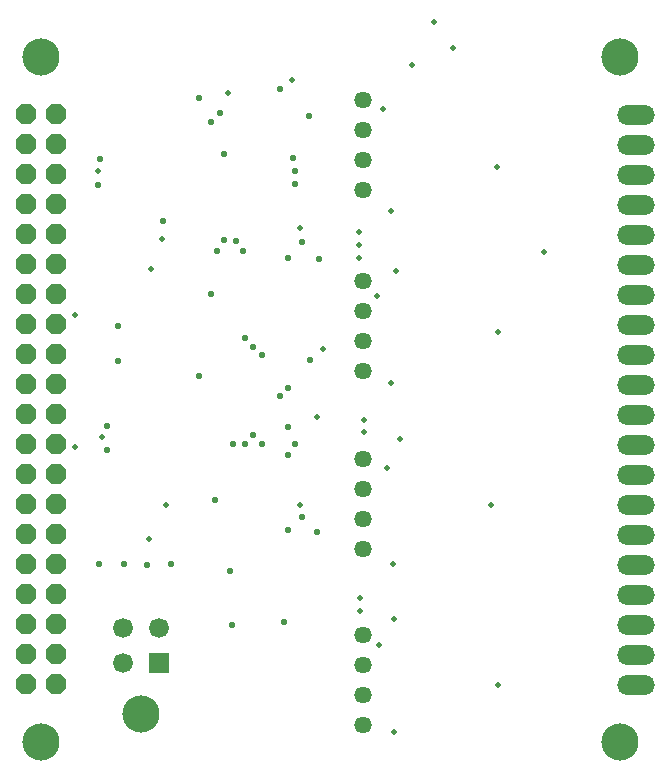
<source format=gbs>
G04*
G04 #@! TF.GenerationSoftware,Altium Limited,Altium Designer,23.7.1 (13)*
G04*
G04 Layer_Color=16711935*
%FSLAX25Y25*%
%MOIN*%
G70*
G04*
G04 #@! TF.SameCoordinates,D29FC0A6-615C-4A1E-A78D-E47FA92DE2CD*
G04*
G04*
G04 #@! TF.FilePolarity,Negative*
G04*
G01*
G75*
%ADD48C,0.12402*%
G04:AMPARAMS|DCode=49|XSize=65.91mil|YSize=65.91mil|CornerRadius=0mil|HoleSize=0mil|Usage=FLASHONLY|Rotation=90.000|XOffset=0mil|YOffset=0mil|HoleType=Round|Shape=Octagon|*
%AMOCTAGOND49*
4,1,8,0.01648,0.03295,-0.01648,0.03295,-0.03295,0.01648,-0.03295,-0.01648,-0.01648,-0.03295,0.01648,-0.03295,0.03295,-0.01648,0.03295,0.01648,0.01648,0.03295,0.0*
%
%ADD49OCTAGOND49*%

%ADD50O,0.12591X0.06591*%
%ADD51C,0.05741*%
%ADD52C,0.06615*%
%ADD53R,0.06615X0.06615*%
%ADD54C,0.01981*%
%ADD55C,0.02178*%
D48*
X47205Y22992D02*
D03*
X206692Y13780D02*
D03*
Y242126D02*
D03*
X13779D02*
D03*
Y13780D02*
D03*
D49*
X18779Y32953D02*
D03*
X8779D02*
D03*
X18779Y42953D02*
D03*
X8779D02*
D03*
X18779Y52953D02*
D03*
X8779D02*
D03*
X18779Y62953D02*
D03*
X8779D02*
D03*
X18779Y72953D02*
D03*
X8779D02*
D03*
X18779Y82953D02*
D03*
X8779D02*
D03*
X18779Y92953D02*
D03*
X8779D02*
D03*
X18779Y102953D02*
D03*
X8779D02*
D03*
X18779Y112953D02*
D03*
X8779D02*
D03*
X18779Y122953D02*
D03*
X8779D02*
D03*
X18779Y132953D02*
D03*
X8779D02*
D03*
X18779Y142953D02*
D03*
X8779D02*
D03*
X18779Y152953D02*
D03*
X8779D02*
D03*
X18779Y162953D02*
D03*
X8779D02*
D03*
X18779Y172953D02*
D03*
X8779D02*
D03*
X18779Y182953D02*
D03*
X8779D02*
D03*
X18779Y192953D02*
D03*
X8779D02*
D03*
X18779Y202953D02*
D03*
X8779D02*
D03*
X18779Y212953D02*
D03*
X8779D02*
D03*
X18779Y222953D02*
D03*
X8779D02*
D03*
D50*
X212283Y32874D02*
D03*
Y42874D02*
D03*
Y52874D02*
D03*
Y62874D02*
D03*
Y72874D02*
D03*
Y82874D02*
D03*
Y92874D02*
D03*
Y102874D02*
D03*
Y112874D02*
D03*
Y122874D02*
D03*
Y132874D02*
D03*
Y142874D02*
D03*
Y152874D02*
D03*
Y162874D02*
D03*
Y172874D02*
D03*
Y182874D02*
D03*
Y192874D02*
D03*
Y202874D02*
D03*
Y212874D02*
D03*
Y222874D02*
D03*
D51*
X121181Y197598D02*
D03*
Y207598D02*
D03*
Y217598D02*
D03*
Y227598D02*
D03*
Y137559D02*
D03*
Y147559D02*
D03*
Y157559D02*
D03*
Y167559D02*
D03*
Y78150D02*
D03*
Y88150D02*
D03*
Y98150D02*
D03*
Y108150D02*
D03*
Y19449D02*
D03*
Y29449D02*
D03*
Y39449D02*
D03*
Y49449D02*
D03*
D52*
X41299Y51811D02*
D03*
Y40000D02*
D03*
X53111Y51811D02*
D03*
D53*
Y40000D02*
D03*
D54*
X119921Y183701D02*
D03*
X181417Y177008D02*
D03*
X105827Y122205D02*
D03*
X107717Y144882D02*
D03*
X100118Y185039D02*
D03*
Y92598D02*
D03*
X25197Y112126D02*
D03*
Y156220D02*
D03*
X120315Y61732D02*
D03*
Y57323D02*
D03*
X121575Y120945D02*
D03*
Y117165D02*
D03*
X119685Y179528D02*
D03*
Y175118D02*
D03*
X97638Y234331D02*
D03*
X76220Y229921D02*
D03*
X130394Y190866D02*
D03*
X165669Y205354D02*
D03*
X166299Y150551D02*
D03*
X130394Y133543D02*
D03*
X131024Y73071D02*
D03*
X163780Y92598D02*
D03*
X131654Y17008D02*
D03*
X166299Y32756D02*
D03*
X126614Y45984D02*
D03*
X131654Y54803D02*
D03*
X133543Y114646D02*
D03*
X129134Y105197D02*
D03*
X125984Y162520D02*
D03*
X132283Y170709D02*
D03*
X137323Y239370D02*
D03*
X127874Y224882D02*
D03*
X54173Y181417D02*
D03*
X50394Y171339D02*
D03*
X55433Y92598D02*
D03*
X49764Y81260D02*
D03*
X144882Y253858D02*
D03*
X151181Y245039D02*
D03*
X34016Y115276D02*
D03*
X32756Y204094D02*
D03*
D55*
X39370Y152559D02*
D03*
X72362Y177244D02*
D03*
X96260Y109331D02*
D03*
X35709Y111181D02*
D03*
X96063Y118583D02*
D03*
X35709Y119055D02*
D03*
X98386Y199606D02*
D03*
X32835Y199449D02*
D03*
X97756Y208307D02*
D03*
X33465Y207953D02*
D03*
X100748Y88583D02*
D03*
X105787Y83661D02*
D03*
X96063Y131890D02*
D03*
X93386Y128937D02*
D03*
X100748Y180394D02*
D03*
X106417Y174843D02*
D03*
X93504Y231299D02*
D03*
X73425Y223425D02*
D03*
X81693Y148346D02*
D03*
Y113189D02*
D03*
X74764Y181024D02*
D03*
X84646Y145394D02*
D03*
X78976Y180827D02*
D03*
X84646Y116142D02*
D03*
X87598Y142717D02*
D03*
X81299Y177441D02*
D03*
X87598Y113189D02*
D03*
X39370Y140748D02*
D03*
X77756Y113189D02*
D03*
X57244Y73228D02*
D03*
X49055Y72598D02*
D03*
X41496Y73228D02*
D03*
X33307D02*
D03*
X77362Y52835D02*
D03*
X94685Y53858D02*
D03*
X74843Y209567D02*
D03*
X66614Y135827D02*
D03*
X103543Y141063D02*
D03*
X98465Y112913D02*
D03*
X71850Y94488D02*
D03*
X96063Y84291D02*
D03*
X76772Y70709D02*
D03*
X96063Y175197D02*
D03*
X70472Y163032D02*
D03*
X54567Y187559D02*
D03*
X103189Y222441D02*
D03*
X66535Y228543D02*
D03*
X70472Y220472D02*
D03*
X98504Y204094D02*
D03*
M02*

</source>
